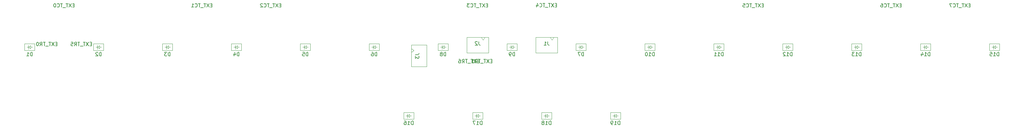
<source format=gbr>
G04 #@! TF.GenerationSoftware,KiCad,Pcbnew,7.0.1-0*
G04 #@! TF.CreationDate,2023-05-14T12:23:49+09:00*
G04 #@! TF.ProjectId,Sandy_Top_with_Plate_Mid,53616e64-795f-4546-9f70-5f776974685f,v.0*
G04 #@! TF.SameCoordinates,Original*
G04 #@! TF.FileFunction,AssemblyDrawing,Bot*
%FSLAX46Y46*%
G04 Gerber Fmt 4.6, Leading zero omitted, Abs format (unit mm)*
G04 Created by KiCad (PCBNEW 7.0.1-0) date 2023-05-14 12:23:49*
%MOMM*%
%LPD*%
G01*
G04 APERTURE LIST*
%ADD10C,0.150000*%
%ADD11C,0.100000*%
G04 APERTURE END LIST*
D10*
X82518404Y-33037899D02*
X82518404Y-32037899D01*
X82518404Y-32037899D02*
X82280309Y-32037899D01*
X82280309Y-32037899D02*
X82137452Y-32085518D01*
X82137452Y-32085518D02*
X82042214Y-32180756D01*
X82042214Y-32180756D02*
X81994595Y-32275994D01*
X81994595Y-32275994D02*
X81946976Y-32466470D01*
X81946976Y-32466470D02*
X81946976Y-32609327D01*
X81946976Y-32609327D02*
X81994595Y-32799803D01*
X81994595Y-32799803D02*
X82042214Y-32895041D01*
X82042214Y-32895041D02*
X82137452Y-32990280D01*
X82137452Y-32990280D02*
X82280309Y-33037899D01*
X82280309Y-33037899D02*
X82518404Y-33037899D01*
X81089833Y-32371232D02*
X81089833Y-33037899D01*
X81327928Y-31990280D02*
X81566023Y-32704565D01*
X81566023Y-32704565D02*
X80946976Y-32704565D01*
X265564833Y-18989089D02*
X265231500Y-18989089D01*
X265088643Y-19512899D02*
X265564833Y-19512899D01*
X265564833Y-19512899D02*
X265564833Y-18512899D01*
X265564833Y-18512899D02*
X265088643Y-18512899D01*
X264755309Y-18512899D02*
X264088643Y-19512899D01*
X264088643Y-18512899D02*
X264755309Y-19512899D01*
X263850547Y-18512899D02*
X263279119Y-18512899D01*
X263564833Y-19512899D02*
X263564833Y-18512899D01*
X263183881Y-19608137D02*
X262421976Y-19608137D01*
X262326737Y-18512899D02*
X261755309Y-18512899D01*
X262041023Y-19512899D02*
X262041023Y-18512899D01*
X260850547Y-19417660D02*
X260898166Y-19465280D01*
X260898166Y-19465280D02*
X261041023Y-19512899D01*
X261041023Y-19512899D02*
X261136261Y-19512899D01*
X261136261Y-19512899D02*
X261279118Y-19465280D01*
X261279118Y-19465280D02*
X261374356Y-19370041D01*
X261374356Y-19370041D02*
X261421975Y-19274803D01*
X261421975Y-19274803D02*
X261469594Y-19084327D01*
X261469594Y-19084327D02*
X261469594Y-18941470D01*
X261469594Y-18941470D02*
X261421975Y-18750994D01*
X261421975Y-18750994D02*
X261374356Y-18655756D01*
X261374356Y-18655756D02*
X261279118Y-18560518D01*
X261279118Y-18560518D02*
X261136261Y-18512899D01*
X261136261Y-18512899D02*
X261041023Y-18512899D01*
X261041023Y-18512899D02*
X260898166Y-18560518D01*
X260898166Y-18560518D02*
X260850547Y-18608137D01*
X259993404Y-18512899D02*
X260183880Y-18512899D01*
X260183880Y-18512899D02*
X260279118Y-18560518D01*
X260279118Y-18560518D02*
X260326737Y-18608137D01*
X260326737Y-18608137D02*
X260421975Y-18750994D01*
X260421975Y-18750994D02*
X260469594Y-18941470D01*
X260469594Y-18941470D02*
X260469594Y-19322422D01*
X260469594Y-19322422D02*
X260421975Y-19417660D01*
X260421975Y-19417660D02*
X260374356Y-19465280D01*
X260374356Y-19465280D02*
X260279118Y-19512899D01*
X260279118Y-19512899D02*
X260088642Y-19512899D01*
X260088642Y-19512899D02*
X259993404Y-19465280D01*
X259993404Y-19465280D02*
X259945785Y-19417660D01*
X259945785Y-19417660D02*
X259898166Y-19322422D01*
X259898166Y-19322422D02*
X259898166Y-19084327D01*
X259898166Y-19084327D02*
X259945785Y-18989089D01*
X259945785Y-18989089D02*
X259993404Y-18941470D01*
X259993404Y-18941470D02*
X260088642Y-18893851D01*
X260088642Y-18893851D02*
X260279118Y-18893851D01*
X260279118Y-18893851D02*
X260374356Y-18941470D01*
X260374356Y-18941470D02*
X260421975Y-18989089D01*
X260421975Y-18989089D02*
X260469594Y-19084327D01*
X292544595Y-33037899D02*
X292544595Y-32037899D01*
X292544595Y-32037899D02*
X292306500Y-32037899D01*
X292306500Y-32037899D02*
X292163643Y-32085518D01*
X292163643Y-32085518D02*
X292068405Y-32180756D01*
X292068405Y-32180756D02*
X292020786Y-32275994D01*
X292020786Y-32275994D02*
X291973167Y-32466470D01*
X291973167Y-32466470D02*
X291973167Y-32609327D01*
X291973167Y-32609327D02*
X292020786Y-32799803D01*
X292020786Y-32799803D02*
X292068405Y-32895041D01*
X292068405Y-32895041D02*
X292163643Y-32990280D01*
X292163643Y-32990280D02*
X292306500Y-33037899D01*
X292306500Y-33037899D02*
X292544595Y-33037899D01*
X291020786Y-33037899D02*
X291592214Y-33037899D01*
X291306500Y-33037899D02*
X291306500Y-32037899D01*
X291306500Y-32037899D02*
X291401738Y-32180756D01*
X291401738Y-32180756D02*
X291496976Y-32275994D01*
X291496976Y-32275994D02*
X291592214Y-32323613D01*
X290116024Y-32037899D02*
X290592214Y-32037899D01*
X290592214Y-32037899D02*
X290639833Y-32514089D01*
X290639833Y-32514089D02*
X290592214Y-32466470D01*
X290592214Y-32466470D02*
X290496976Y-32418851D01*
X290496976Y-32418851D02*
X290258881Y-32418851D01*
X290258881Y-32418851D02*
X290163643Y-32466470D01*
X290163643Y-32466470D02*
X290116024Y-32514089D01*
X290116024Y-32514089D02*
X290068405Y-32609327D01*
X290068405Y-32609327D02*
X290068405Y-32847422D01*
X290068405Y-32847422D02*
X290116024Y-32942660D01*
X290116024Y-32942660D02*
X290163643Y-32990280D01*
X290163643Y-32990280D02*
X290258881Y-33037899D01*
X290258881Y-33037899D02*
X290496976Y-33037899D01*
X290496976Y-33037899D02*
X290592214Y-32990280D01*
X290592214Y-32990280D02*
X290639833Y-32942660D01*
X235394595Y-33037899D02*
X235394595Y-32037899D01*
X235394595Y-32037899D02*
X235156500Y-32037899D01*
X235156500Y-32037899D02*
X235013643Y-32085518D01*
X235013643Y-32085518D02*
X234918405Y-32180756D01*
X234918405Y-32180756D02*
X234870786Y-32275994D01*
X234870786Y-32275994D02*
X234823167Y-32466470D01*
X234823167Y-32466470D02*
X234823167Y-32609327D01*
X234823167Y-32609327D02*
X234870786Y-32799803D01*
X234870786Y-32799803D02*
X234918405Y-32895041D01*
X234918405Y-32895041D02*
X235013643Y-32990280D01*
X235013643Y-32990280D02*
X235156500Y-33037899D01*
X235156500Y-33037899D02*
X235394595Y-33037899D01*
X233870786Y-33037899D02*
X234442214Y-33037899D01*
X234156500Y-33037899D02*
X234156500Y-32037899D01*
X234156500Y-32037899D02*
X234251738Y-32180756D01*
X234251738Y-32180756D02*
X234346976Y-32275994D01*
X234346976Y-32275994D02*
X234442214Y-32323613D01*
X233489833Y-32133137D02*
X233442214Y-32085518D01*
X233442214Y-32085518D02*
X233346976Y-32037899D01*
X233346976Y-32037899D02*
X233108881Y-32037899D01*
X233108881Y-32037899D02*
X233013643Y-32085518D01*
X233013643Y-32085518D02*
X232966024Y-32133137D01*
X232966024Y-32133137D02*
X232918405Y-32228375D01*
X232918405Y-32228375D02*
X232918405Y-32323613D01*
X232918405Y-32323613D02*
X232966024Y-32466470D01*
X232966024Y-32466470D02*
X233537452Y-33037899D01*
X233537452Y-33037899D02*
X232918405Y-33037899D01*
X63468404Y-33037899D02*
X63468404Y-32037899D01*
X63468404Y-32037899D02*
X63230309Y-32037899D01*
X63230309Y-32037899D02*
X63087452Y-32085518D01*
X63087452Y-32085518D02*
X62992214Y-32180756D01*
X62992214Y-32180756D02*
X62944595Y-32275994D01*
X62944595Y-32275994D02*
X62896976Y-32466470D01*
X62896976Y-32466470D02*
X62896976Y-32609327D01*
X62896976Y-32609327D02*
X62944595Y-32799803D01*
X62944595Y-32799803D02*
X62992214Y-32895041D01*
X62992214Y-32895041D02*
X63087452Y-32990280D01*
X63087452Y-32990280D02*
X63230309Y-33037899D01*
X63230309Y-33037899D02*
X63468404Y-33037899D01*
X62563642Y-32037899D02*
X61944595Y-32037899D01*
X61944595Y-32037899D02*
X62277928Y-32418851D01*
X62277928Y-32418851D02*
X62135071Y-32418851D01*
X62135071Y-32418851D02*
X62039833Y-32466470D01*
X62039833Y-32466470D02*
X61992214Y-32514089D01*
X61992214Y-32514089D02*
X61944595Y-32609327D01*
X61944595Y-32609327D02*
X61944595Y-32847422D01*
X61944595Y-32847422D02*
X61992214Y-32942660D01*
X61992214Y-32942660D02*
X62039833Y-32990280D01*
X62039833Y-32990280D02*
X62135071Y-33037899D01*
X62135071Y-33037899D02*
X62420785Y-33037899D01*
X62420785Y-33037899D02*
X62516023Y-32990280D01*
X62516023Y-32990280D02*
X62563642Y-32942660D01*
X120618404Y-33037899D02*
X120618404Y-32037899D01*
X120618404Y-32037899D02*
X120380309Y-32037899D01*
X120380309Y-32037899D02*
X120237452Y-32085518D01*
X120237452Y-32085518D02*
X120142214Y-32180756D01*
X120142214Y-32180756D02*
X120094595Y-32275994D01*
X120094595Y-32275994D02*
X120046976Y-32466470D01*
X120046976Y-32466470D02*
X120046976Y-32609327D01*
X120046976Y-32609327D02*
X120094595Y-32799803D01*
X120094595Y-32799803D02*
X120142214Y-32895041D01*
X120142214Y-32895041D02*
X120237452Y-32990280D01*
X120237452Y-32990280D02*
X120380309Y-33037899D01*
X120380309Y-33037899D02*
X120618404Y-33037899D01*
X119189833Y-32037899D02*
X119380309Y-32037899D01*
X119380309Y-32037899D02*
X119475547Y-32085518D01*
X119475547Y-32085518D02*
X119523166Y-32133137D01*
X119523166Y-32133137D02*
X119618404Y-32275994D01*
X119618404Y-32275994D02*
X119666023Y-32466470D01*
X119666023Y-32466470D02*
X119666023Y-32847422D01*
X119666023Y-32847422D02*
X119618404Y-32942660D01*
X119618404Y-32942660D02*
X119570785Y-32990280D01*
X119570785Y-32990280D02*
X119475547Y-33037899D01*
X119475547Y-33037899D02*
X119285071Y-33037899D01*
X119285071Y-33037899D02*
X119189833Y-32990280D01*
X119189833Y-32990280D02*
X119142214Y-32942660D01*
X119142214Y-32942660D02*
X119094595Y-32847422D01*
X119094595Y-32847422D02*
X119094595Y-32609327D01*
X119094595Y-32609327D02*
X119142214Y-32514089D01*
X119142214Y-32514089D02*
X119189833Y-32466470D01*
X119189833Y-32466470D02*
X119285071Y-32418851D01*
X119285071Y-32418851D02*
X119475547Y-32418851D01*
X119475547Y-32418851D02*
X119570785Y-32466470D01*
X119570785Y-32466470D02*
X119618404Y-32514089D01*
X119618404Y-32514089D02*
X119666023Y-32609327D01*
X101568404Y-33037899D02*
X101568404Y-32037899D01*
X101568404Y-32037899D02*
X101330309Y-32037899D01*
X101330309Y-32037899D02*
X101187452Y-32085518D01*
X101187452Y-32085518D02*
X101092214Y-32180756D01*
X101092214Y-32180756D02*
X101044595Y-32275994D01*
X101044595Y-32275994D02*
X100996976Y-32466470D01*
X100996976Y-32466470D02*
X100996976Y-32609327D01*
X100996976Y-32609327D02*
X101044595Y-32799803D01*
X101044595Y-32799803D02*
X101092214Y-32895041D01*
X101092214Y-32895041D02*
X101187452Y-32990280D01*
X101187452Y-32990280D02*
X101330309Y-33037899D01*
X101330309Y-33037899D02*
X101568404Y-33037899D01*
X100092214Y-32037899D02*
X100568404Y-32037899D01*
X100568404Y-32037899D02*
X100616023Y-32514089D01*
X100616023Y-32514089D02*
X100568404Y-32466470D01*
X100568404Y-32466470D02*
X100473166Y-32418851D01*
X100473166Y-32418851D02*
X100235071Y-32418851D01*
X100235071Y-32418851D02*
X100139833Y-32466470D01*
X100139833Y-32466470D02*
X100092214Y-32514089D01*
X100092214Y-32514089D02*
X100044595Y-32609327D01*
X100044595Y-32609327D02*
X100044595Y-32847422D01*
X100044595Y-32847422D02*
X100092214Y-32942660D01*
X100092214Y-32942660D02*
X100139833Y-32990280D01*
X100139833Y-32990280D02*
X100235071Y-33037899D01*
X100235071Y-33037899D02*
X100473166Y-33037899D01*
X100473166Y-33037899D02*
X100568404Y-32990280D01*
X100568404Y-32990280D02*
X100616023Y-32942660D01*
X139668404Y-33037899D02*
X139668404Y-32037899D01*
X139668404Y-32037899D02*
X139430309Y-32037899D01*
X139430309Y-32037899D02*
X139287452Y-32085518D01*
X139287452Y-32085518D02*
X139192214Y-32180756D01*
X139192214Y-32180756D02*
X139144595Y-32275994D01*
X139144595Y-32275994D02*
X139096976Y-32466470D01*
X139096976Y-32466470D02*
X139096976Y-32609327D01*
X139096976Y-32609327D02*
X139144595Y-32799803D01*
X139144595Y-32799803D02*
X139192214Y-32895041D01*
X139192214Y-32895041D02*
X139287452Y-32990280D01*
X139287452Y-32990280D02*
X139430309Y-33037899D01*
X139430309Y-33037899D02*
X139668404Y-33037899D01*
X138525547Y-32466470D02*
X138620785Y-32418851D01*
X138620785Y-32418851D02*
X138668404Y-32371232D01*
X138668404Y-32371232D02*
X138716023Y-32275994D01*
X138716023Y-32275994D02*
X138716023Y-32228375D01*
X138716023Y-32228375D02*
X138668404Y-32133137D01*
X138668404Y-32133137D02*
X138620785Y-32085518D01*
X138620785Y-32085518D02*
X138525547Y-32037899D01*
X138525547Y-32037899D02*
X138335071Y-32037899D01*
X138335071Y-32037899D02*
X138239833Y-32085518D01*
X138239833Y-32085518D02*
X138192214Y-32133137D01*
X138192214Y-32133137D02*
X138144595Y-32228375D01*
X138144595Y-32228375D02*
X138144595Y-32275994D01*
X138144595Y-32275994D02*
X138192214Y-32371232D01*
X138192214Y-32371232D02*
X138239833Y-32418851D01*
X138239833Y-32418851D02*
X138335071Y-32466470D01*
X138335071Y-32466470D02*
X138525547Y-32466470D01*
X138525547Y-32466470D02*
X138620785Y-32514089D01*
X138620785Y-32514089D02*
X138668404Y-32561708D01*
X138668404Y-32561708D02*
X138716023Y-32656946D01*
X138716023Y-32656946D02*
X138716023Y-32847422D01*
X138716023Y-32847422D02*
X138668404Y-32942660D01*
X138668404Y-32942660D02*
X138620785Y-32990280D01*
X138620785Y-32990280D02*
X138525547Y-33037899D01*
X138525547Y-33037899D02*
X138335071Y-33037899D01*
X138335071Y-33037899D02*
X138239833Y-32990280D01*
X138239833Y-32990280D02*
X138192214Y-32942660D01*
X138192214Y-32942660D02*
X138144595Y-32847422D01*
X138144595Y-32847422D02*
X138144595Y-32656946D01*
X138144595Y-32656946D02*
X138192214Y-32561708D01*
X138192214Y-32561708D02*
X138239833Y-32514089D01*
X138239833Y-32514089D02*
X138335071Y-32466470D01*
X254444595Y-33037899D02*
X254444595Y-32037899D01*
X254444595Y-32037899D02*
X254206500Y-32037899D01*
X254206500Y-32037899D02*
X254063643Y-32085518D01*
X254063643Y-32085518D02*
X253968405Y-32180756D01*
X253968405Y-32180756D02*
X253920786Y-32275994D01*
X253920786Y-32275994D02*
X253873167Y-32466470D01*
X253873167Y-32466470D02*
X253873167Y-32609327D01*
X253873167Y-32609327D02*
X253920786Y-32799803D01*
X253920786Y-32799803D02*
X253968405Y-32895041D01*
X253968405Y-32895041D02*
X254063643Y-32990280D01*
X254063643Y-32990280D02*
X254206500Y-33037899D01*
X254206500Y-33037899D02*
X254444595Y-33037899D01*
X252920786Y-33037899D02*
X253492214Y-33037899D01*
X253206500Y-33037899D02*
X253206500Y-32037899D01*
X253206500Y-32037899D02*
X253301738Y-32180756D01*
X253301738Y-32180756D02*
X253396976Y-32275994D01*
X253396976Y-32275994D02*
X253492214Y-32323613D01*
X252587452Y-32037899D02*
X251968405Y-32037899D01*
X251968405Y-32037899D02*
X252301738Y-32418851D01*
X252301738Y-32418851D02*
X252158881Y-32418851D01*
X252158881Y-32418851D02*
X252063643Y-32466470D01*
X252063643Y-32466470D02*
X252016024Y-32514089D01*
X252016024Y-32514089D02*
X251968405Y-32609327D01*
X251968405Y-32609327D02*
X251968405Y-32847422D01*
X251968405Y-32847422D02*
X252016024Y-32942660D01*
X252016024Y-32942660D02*
X252063643Y-32990280D01*
X252063643Y-32990280D02*
X252158881Y-33037899D01*
X252158881Y-33037899D02*
X252444595Y-33037899D01*
X252444595Y-33037899D02*
X252539833Y-32990280D01*
X252539833Y-32990280D02*
X252587452Y-32942660D01*
X130619595Y-52087899D02*
X130619595Y-51087899D01*
X130619595Y-51087899D02*
X130381500Y-51087899D01*
X130381500Y-51087899D02*
X130238643Y-51135518D01*
X130238643Y-51135518D02*
X130143405Y-51230756D01*
X130143405Y-51230756D02*
X130095786Y-51325994D01*
X130095786Y-51325994D02*
X130048167Y-51516470D01*
X130048167Y-51516470D02*
X130048167Y-51659327D01*
X130048167Y-51659327D02*
X130095786Y-51849803D01*
X130095786Y-51849803D02*
X130143405Y-51945041D01*
X130143405Y-51945041D02*
X130238643Y-52040280D01*
X130238643Y-52040280D02*
X130381500Y-52087899D01*
X130381500Y-52087899D02*
X130619595Y-52087899D01*
X129095786Y-52087899D02*
X129667214Y-52087899D01*
X129381500Y-52087899D02*
X129381500Y-51087899D01*
X129381500Y-51087899D02*
X129476738Y-51230756D01*
X129476738Y-51230756D02*
X129571976Y-51325994D01*
X129571976Y-51325994D02*
X129667214Y-51373613D01*
X128238643Y-51087899D02*
X128429119Y-51087899D01*
X128429119Y-51087899D02*
X128524357Y-51135518D01*
X128524357Y-51135518D02*
X128571976Y-51183137D01*
X128571976Y-51183137D02*
X128667214Y-51325994D01*
X128667214Y-51325994D02*
X128714833Y-51516470D01*
X128714833Y-51516470D02*
X128714833Y-51897422D01*
X128714833Y-51897422D02*
X128667214Y-51992660D01*
X128667214Y-51992660D02*
X128619595Y-52040280D01*
X128619595Y-52040280D02*
X128524357Y-52087899D01*
X128524357Y-52087899D02*
X128333881Y-52087899D01*
X128333881Y-52087899D02*
X128238643Y-52040280D01*
X128238643Y-52040280D02*
X128191024Y-51992660D01*
X128191024Y-51992660D02*
X128143405Y-51897422D01*
X128143405Y-51897422D02*
X128143405Y-51659327D01*
X128143405Y-51659327D02*
X128191024Y-51564089D01*
X128191024Y-51564089D02*
X128238643Y-51516470D01*
X128238643Y-51516470D02*
X128333881Y-51468851D01*
X128333881Y-51468851D02*
X128524357Y-51468851D01*
X128524357Y-51468851D02*
X128619595Y-51516470D01*
X128619595Y-51516470D02*
X128667214Y-51564089D01*
X128667214Y-51564089D02*
X128714833Y-51659327D01*
X177768404Y-33037899D02*
X177768404Y-32037899D01*
X177768404Y-32037899D02*
X177530309Y-32037899D01*
X177530309Y-32037899D02*
X177387452Y-32085518D01*
X177387452Y-32085518D02*
X177292214Y-32180756D01*
X177292214Y-32180756D02*
X177244595Y-32275994D01*
X177244595Y-32275994D02*
X177196976Y-32466470D01*
X177196976Y-32466470D02*
X177196976Y-32609327D01*
X177196976Y-32609327D02*
X177244595Y-32799803D01*
X177244595Y-32799803D02*
X177292214Y-32895041D01*
X177292214Y-32895041D02*
X177387452Y-32990280D01*
X177387452Y-32990280D02*
X177530309Y-33037899D01*
X177530309Y-33037899D02*
X177768404Y-33037899D01*
X176863642Y-32037899D02*
X176196976Y-32037899D01*
X176196976Y-32037899D02*
X176625547Y-33037899D01*
X44418404Y-33037899D02*
X44418404Y-32037899D01*
X44418404Y-32037899D02*
X44180309Y-32037899D01*
X44180309Y-32037899D02*
X44037452Y-32085518D01*
X44037452Y-32085518D02*
X43942214Y-32180756D01*
X43942214Y-32180756D02*
X43894595Y-32275994D01*
X43894595Y-32275994D02*
X43846976Y-32466470D01*
X43846976Y-32466470D02*
X43846976Y-32609327D01*
X43846976Y-32609327D02*
X43894595Y-32799803D01*
X43894595Y-32799803D02*
X43942214Y-32895041D01*
X43942214Y-32895041D02*
X44037452Y-32990280D01*
X44037452Y-32990280D02*
X44180309Y-33037899D01*
X44180309Y-33037899D02*
X44418404Y-33037899D01*
X43466023Y-32133137D02*
X43418404Y-32085518D01*
X43418404Y-32085518D02*
X43323166Y-32037899D01*
X43323166Y-32037899D02*
X43085071Y-32037899D01*
X43085071Y-32037899D02*
X42989833Y-32085518D01*
X42989833Y-32085518D02*
X42942214Y-32133137D01*
X42942214Y-32133137D02*
X42894595Y-32228375D01*
X42894595Y-32228375D02*
X42894595Y-32323613D01*
X42894595Y-32323613D02*
X42942214Y-32466470D01*
X42942214Y-32466470D02*
X43513642Y-33037899D01*
X43513642Y-33037899D02*
X42894595Y-33037899D01*
X273494595Y-33037899D02*
X273494595Y-32037899D01*
X273494595Y-32037899D02*
X273256500Y-32037899D01*
X273256500Y-32037899D02*
X273113643Y-32085518D01*
X273113643Y-32085518D02*
X273018405Y-32180756D01*
X273018405Y-32180756D02*
X272970786Y-32275994D01*
X272970786Y-32275994D02*
X272923167Y-32466470D01*
X272923167Y-32466470D02*
X272923167Y-32609327D01*
X272923167Y-32609327D02*
X272970786Y-32799803D01*
X272970786Y-32799803D02*
X273018405Y-32895041D01*
X273018405Y-32895041D02*
X273113643Y-32990280D01*
X273113643Y-32990280D02*
X273256500Y-33037899D01*
X273256500Y-33037899D02*
X273494595Y-33037899D01*
X271970786Y-33037899D02*
X272542214Y-33037899D01*
X272256500Y-33037899D02*
X272256500Y-32037899D01*
X272256500Y-32037899D02*
X272351738Y-32180756D01*
X272351738Y-32180756D02*
X272446976Y-32275994D01*
X272446976Y-32275994D02*
X272542214Y-32323613D01*
X271113643Y-32371232D02*
X271113643Y-33037899D01*
X271351738Y-31990280D02*
X271589833Y-32704565D01*
X271589833Y-32704565D02*
X270970786Y-32704565D01*
X187769595Y-52087899D02*
X187769595Y-51087899D01*
X187769595Y-51087899D02*
X187531500Y-51087899D01*
X187531500Y-51087899D02*
X187388643Y-51135518D01*
X187388643Y-51135518D02*
X187293405Y-51230756D01*
X187293405Y-51230756D02*
X187245786Y-51325994D01*
X187245786Y-51325994D02*
X187198167Y-51516470D01*
X187198167Y-51516470D02*
X187198167Y-51659327D01*
X187198167Y-51659327D02*
X187245786Y-51849803D01*
X187245786Y-51849803D02*
X187293405Y-51945041D01*
X187293405Y-51945041D02*
X187388643Y-52040280D01*
X187388643Y-52040280D02*
X187531500Y-52087899D01*
X187531500Y-52087899D02*
X187769595Y-52087899D01*
X186245786Y-52087899D02*
X186817214Y-52087899D01*
X186531500Y-52087899D02*
X186531500Y-51087899D01*
X186531500Y-51087899D02*
X186626738Y-51230756D01*
X186626738Y-51230756D02*
X186721976Y-51325994D01*
X186721976Y-51325994D02*
X186817214Y-51373613D01*
X185769595Y-52087899D02*
X185579119Y-52087899D01*
X185579119Y-52087899D02*
X185483881Y-52040280D01*
X185483881Y-52040280D02*
X185436262Y-51992660D01*
X185436262Y-51992660D02*
X185341024Y-51849803D01*
X185341024Y-51849803D02*
X185293405Y-51659327D01*
X185293405Y-51659327D02*
X185293405Y-51278375D01*
X185293405Y-51278375D02*
X185341024Y-51183137D01*
X185341024Y-51183137D02*
X185388643Y-51135518D01*
X185388643Y-51135518D02*
X185483881Y-51087899D01*
X185483881Y-51087899D02*
X185674357Y-51087899D01*
X185674357Y-51087899D02*
X185769595Y-51135518D01*
X185769595Y-51135518D02*
X185817214Y-51183137D01*
X185817214Y-51183137D02*
X185864833Y-51278375D01*
X185864833Y-51278375D02*
X185864833Y-51516470D01*
X185864833Y-51516470D02*
X185817214Y-51611708D01*
X185817214Y-51611708D02*
X185769595Y-51659327D01*
X185769595Y-51659327D02*
X185674357Y-51706946D01*
X185674357Y-51706946D02*
X185483881Y-51706946D01*
X185483881Y-51706946D02*
X185388643Y-51659327D01*
X185388643Y-51659327D02*
X185341024Y-51611708D01*
X185341024Y-51611708D02*
X185293405Y-51516470D01*
X149669595Y-52087899D02*
X149669595Y-51087899D01*
X149669595Y-51087899D02*
X149431500Y-51087899D01*
X149431500Y-51087899D02*
X149288643Y-51135518D01*
X149288643Y-51135518D02*
X149193405Y-51230756D01*
X149193405Y-51230756D02*
X149145786Y-51325994D01*
X149145786Y-51325994D02*
X149098167Y-51516470D01*
X149098167Y-51516470D02*
X149098167Y-51659327D01*
X149098167Y-51659327D02*
X149145786Y-51849803D01*
X149145786Y-51849803D02*
X149193405Y-51945041D01*
X149193405Y-51945041D02*
X149288643Y-52040280D01*
X149288643Y-52040280D02*
X149431500Y-52087899D01*
X149431500Y-52087899D02*
X149669595Y-52087899D01*
X148145786Y-52087899D02*
X148717214Y-52087899D01*
X148431500Y-52087899D02*
X148431500Y-51087899D01*
X148431500Y-51087899D02*
X148526738Y-51230756D01*
X148526738Y-51230756D02*
X148621976Y-51325994D01*
X148621976Y-51325994D02*
X148717214Y-51373613D01*
X147812452Y-51087899D02*
X147145786Y-51087899D01*
X147145786Y-51087899D02*
X147574357Y-52087899D01*
X167838643Y-29037899D02*
X167838643Y-29752184D01*
X167838643Y-29752184D02*
X167886262Y-29895041D01*
X167886262Y-29895041D02*
X167981500Y-29990280D01*
X167981500Y-29990280D02*
X168124357Y-30037899D01*
X168124357Y-30037899D02*
X168219595Y-30037899D01*
X166838643Y-30037899D02*
X167410071Y-30037899D01*
X167124357Y-30037899D02*
X167124357Y-29037899D01*
X167124357Y-29037899D02*
X167219595Y-29180756D01*
X167219595Y-29180756D02*
X167314833Y-29275994D01*
X167314833Y-29275994D02*
X167410071Y-29323613D01*
X32202333Y-29704714D02*
X31869000Y-29704714D01*
X31726143Y-30228524D02*
X32202333Y-30228524D01*
X32202333Y-30228524D02*
X32202333Y-29228524D01*
X32202333Y-29228524D02*
X31726143Y-29228524D01*
X31392809Y-29228524D02*
X30726143Y-30228524D01*
X30726143Y-29228524D02*
X31392809Y-30228524D01*
X30488047Y-29228524D02*
X29916619Y-29228524D01*
X30202333Y-30228524D02*
X30202333Y-29228524D01*
X29821381Y-30323762D02*
X29059476Y-30323762D01*
X28964237Y-29228524D02*
X28392809Y-29228524D01*
X28678523Y-30228524D02*
X28678523Y-29228524D01*
X27488047Y-30228524D02*
X27821380Y-29752333D01*
X28059475Y-30228524D02*
X28059475Y-29228524D01*
X28059475Y-29228524D02*
X27678523Y-29228524D01*
X27678523Y-29228524D02*
X27583285Y-29276143D01*
X27583285Y-29276143D02*
X27535666Y-29323762D01*
X27535666Y-29323762D02*
X27488047Y-29419000D01*
X27488047Y-29419000D02*
X27488047Y-29561857D01*
X27488047Y-29561857D02*
X27535666Y-29657095D01*
X27535666Y-29657095D02*
X27583285Y-29704714D01*
X27583285Y-29704714D02*
X27678523Y-29752333D01*
X27678523Y-29752333D02*
X28059475Y-29752333D01*
X26868999Y-29228524D02*
X26773761Y-29228524D01*
X26773761Y-29228524D02*
X26678523Y-29276143D01*
X26678523Y-29276143D02*
X26630904Y-29323762D01*
X26630904Y-29323762D02*
X26583285Y-29419000D01*
X26583285Y-29419000D02*
X26535666Y-29609476D01*
X26535666Y-29609476D02*
X26535666Y-29847571D01*
X26535666Y-29847571D02*
X26583285Y-30038047D01*
X26583285Y-30038047D02*
X26630904Y-30133285D01*
X26630904Y-30133285D02*
X26678523Y-30180905D01*
X26678523Y-30180905D02*
X26773761Y-30228524D01*
X26773761Y-30228524D02*
X26868999Y-30228524D01*
X26868999Y-30228524D02*
X26964237Y-30180905D01*
X26964237Y-30180905D02*
X27011856Y-30133285D01*
X27011856Y-30133285D02*
X27059475Y-30038047D01*
X27059475Y-30038047D02*
X27107094Y-29847571D01*
X27107094Y-29847571D02*
X27107094Y-29609476D01*
X27107094Y-29609476D02*
X27059475Y-29419000D01*
X27059475Y-29419000D02*
X27011856Y-29323762D01*
X27011856Y-29323762D02*
X26964237Y-29276143D01*
X26964237Y-29276143D02*
X26868999Y-29228524D01*
X36964833Y-18989089D02*
X36631500Y-18989089D01*
X36488643Y-19512899D02*
X36964833Y-19512899D01*
X36964833Y-19512899D02*
X36964833Y-18512899D01*
X36964833Y-18512899D02*
X36488643Y-18512899D01*
X36155309Y-18512899D02*
X35488643Y-19512899D01*
X35488643Y-18512899D02*
X36155309Y-19512899D01*
X35250547Y-18512899D02*
X34679119Y-18512899D01*
X34964833Y-19512899D02*
X34964833Y-18512899D01*
X34583881Y-19608137D02*
X33821976Y-19608137D01*
X33726737Y-18512899D02*
X33155309Y-18512899D01*
X33441023Y-19512899D02*
X33441023Y-18512899D01*
X32250547Y-19417660D02*
X32298166Y-19465280D01*
X32298166Y-19465280D02*
X32441023Y-19512899D01*
X32441023Y-19512899D02*
X32536261Y-19512899D01*
X32536261Y-19512899D02*
X32679118Y-19465280D01*
X32679118Y-19465280D02*
X32774356Y-19370041D01*
X32774356Y-19370041D02*
X32821975Y-19274803D01*
X32821975Y-19274803D02*
X32869594Y-19084327D01*
X32869594Y-19084327D02*
X32869594Y-18941470D01*
X32869594Y-18941470D02*
X32821975Y-18750994D01*
X32821975Y-18750994D02*
X32774356Y-18655756D01*
X32774356Y-18655756D02*
X32679118Y-18560518D01*
X32679118Y-18560518D02*
X32536261Y-18512899D01*
X32536261Y-18512899D02*
X32441023Y-18512899D01*
X32441023Y-18512899D02*
X32298166Y-18560518D01*
X32298166Y-18560518D02*
X32250547Y-18608137D01*
X31631499Y-18512899D02*
X31536261Y-18512899D01*
X31536261Y-18512899D02*
X31441023Y-18560518D01*
X31441023Y-18560518D02*
X31393404Y-18608137D01*
X31393404Y-18608137D02*
X31345785Y-18703375D01*
X31345785Y-18703375D02*
X31298166Y-18893851D01*
X31298166Y-18893851D02*
X31298166Y-19131946D01*
X31298166Y-19131946D02*
X31345785Y-19322422D01*
X31345785Y-19322422D02*
X31393404Y-19417660D01*
X31393404Y-19417660D02*
X31441023Y-19465280D01*
X31441023Y-19465280D02*
X31536261Y-19512899D01*
X31536261Y-19512899D02*
X31631499Y-19512899D01*
X31631499Y-19512899D02*
X31726737Y-19465280D01*
X31726737Y-19465280D02*
X31774356Y-19417660D01*
X31774356Y-19417660D02*
X31821975Y-19322422D01*
X31821975Y-19322422D02*
X31869594Y-19131946D01*
X31869594Y-19131946D02*
X31869594Y-18893851D01*
X31869594Y-18893851D02*
X31821975Y-18703375D01*
X31821975Y-18703375D02*
X31774356Y-18608137D01*
X31774356Y-18608137D02*
X31726737Y-18560518D01*
X31726737Y-18560518D02*
X31631499Y-18512899D01*
X151264833Y-18989089D02*
X150931500Y-18989089D01*
X150788643Y-19512899D02*
X151264833Y-19512899D01*
X151264833Y-19512899D02*
X151264833Y-18512899D01*
X151264833Y-18512899D02*
X150788643Y-18512899D01*
X150455309Y-18512899D02*
X149788643Y-19512899D01*
X149788643Y-18512899D02*
X150455309Y-19512899D01*
X149550547Y-18512899D02*
X148979119Y-18512899D01*
X149264833Y-19512899D02*
X149264833Y-18512899D01*
X148883881Y-19608137D02*
X148121976Y-19608137D01*
X148026737Y-18512899D02*
X147455309Y-18512899D01*
X147741023Y-19512899D02*
X147741023Y-18512899D01*
X146550547Y-19417660D02*
X146598166Y-19465280D01*
X146598166Y-19465280D02*
X146741023Y-19512899D01*
X146741023Y-19512899D02*
X146836261Y-19512899D01*
X146836261Y-19512899D02*
X146979118Y-19465280D01*
X146979118Y-19465280D02*
X147074356Y-19370041D01*
X147074356Y-19370041D02*
X147121975Y-19274803D01*
X147121975Y-19274803D02*
X147169594Y-19084327D01*
X147169594Y-19084327D02*
X147169594Y-18941470D01*
X147169594Y-18941470D02*
X147121975Y-18750994D01*
X147121975Y-18750994D02*
X147074356Y-18655756D01*
X147074356Y-18655756D02*
X146979118Y-18560518D01*
X146979118Y-18560518D02*
X146836261Y-18512899D01*
X146836261Y-18512899D02*
X146741023Y-18512899D01*
X146741023Y-18512899D02*
X146598166Y-18560518D01*
X146598166Y-18560518D02*
X146550547Y-18608137D01*
X146217213Y-18512899D02*
X145598166Y-18512899D01*
X145598166Y-18512899D02*
X145931499Y-18893851D01*
X145931499Y-18893851D02*
X145788642Y-18893851D01*
X145788642Y-18893851D02*
X145693404Y-18941470D01*
X145693404Y-18941470D02*
X145645785Y-18989089D01*
X145645785Y-18989089D02*
X145598166Y-19084327D01*
X145598166Y-19084327D02*
X145598166Y-19322422D01*
X145598166Y-19322422D02*
X145645785Y-19417660D01*
X145645785Y-19417660D02*
X145693404Y-19465280D01*
X145693404Y-19465280D02*
X145788642Y-19512899D01*
X145788642Y-19512899D02*
X146074356Y-19512899D01*
X146074356Y-19512899D02*
X146169594Y-19465280D01*
X146169594Y-19465280D02*
X146217213Y-19417660D01*
X75064833Y-18998464D02*
X74731500Y-18998464D01*
X74588643Y-19522274D02*
X75064833Y-19522274D01*
X75064833Y-19522274D02*
X75064833Y-18522274D01*
X75064833Y-18522274D02*
X74588643Y-18522274D01*
X74255309Y-18522274D02*
X73588643Y-19522274D01*
X73588643Y-18522274D02*
X74255309Y-19522274D01*
X73350547Y-18522274D02*
X72779119Y-18522274D01*
X73064833Y-19522274D02*
X73064833Y-18522274D01*
X72683881Y-19617512D02*
X71921976Y-19617512D01*
X71826737Y-18522274D02*
X71255309Y-18522274D01*
X71541023Y-19522274D02*
X71541023Y-18522274D01*
X70350547Y-19427035D02*
X70398166Y-19474655D01*
X70398166Y-19474655D02*
X70541023Y-19522274D01*
X70541023Y-19522274D02*
X70636261Y-19522274D01*
X70636261Y-19522274D02*
X70779118Y-19474655D01*
X70779118Y-19474655D02*
X70874356Y-19379416D01*
X70874356Y-19379416D02*
X70921975Y-19284178D01*
X70921975Y-19284178D02*
X70969594Y-19093702D01*
X70969594Y-19093702D02*
X70969594Y-18950845D01*
X70969594Y-18950845D02*
X70921975Y-18760369D01*
X70921975Y-18760369D02*
X70874356Y-18665131D01*
X70874356Y-18665131D02*
X70779118Y-18569893D01*
X70779118Y-18569893D02*
X70636261Y-18522274D01*
X70636261Y-18522274D02*
X70541023Y-18522274D01*
X70541023Y-18522274D02*
X70398166Y-18569893D01*
X70398166Y-18569893D02*
X70350547Y-18617512D01*
X69398166Y-19522274D02*
X69969594Y-19522274D01*
X69683880Y-19522274D02*
X69683880Y-18522274D01*
X69683880Y-18522274D02*
X69779118Y-18665131D01*
X69779118Y-18665131D02*
X69874356Y-18760369D01*
X69874356Y-18760369D02*
X69969594Y-18807988D01*
X170314833Y-18942214D02*
X169981500Y-18942214D01*
X169838643Y-19466024D02*
X170314833Y-19466024D01*
X170314833Y-19466024D02*
X170314833Y-18466024D01*
X170314833Y-18466024D02*
X169838643Y-18466024D01*
X169505309Y-18466024D02*
X168838643Y-19466024D01*
X168838643Y-18466024D02*
X169505309Y-19466024D01*
X168600547Y-18466024D02*
X168029119Y-18466024D01*
X168314833Y-19466024D02*
X168314833Y-18466024D01*
X167933881Y-19561262D02*
X167171976Y-19561262D01*
X167076737Y-18466024D02*
X166505309Y-18466024D01*
X166791023Y-19466024D02*
X166791023Y-18466024D01*
X165600547Y-19370785D02*
X165648166Y-19418405D01*
X165648166Y-19418405D02*
X165791023Y-19466024D01*
X165791023Y-19466024D02*
X165886261Y-19466024D01*
X165886261Y-19466024D02*
X166029118Y-19418405D01*
X166029118Y-19418405D02*
X166124356Y-19323166D01*
X166124356Y-19323166D02*
X166171975Y-19227928D01*
X166171975Y-19227928D02*
X166219594Y-19037452D01*
X166219594Y-19037452D02*
X166219594Y-18894595D01*
X166219594Y-18894595D02*
X166171975Y-18704119D01*
X166171975Y-18704119D02*
X166124356Y-18608881D01*
X166124356Y-18608881D02*
X166029118Y-18513643D01*
X166029118Y-18513643D02*
X165886261Y-18466024D01*
X165886261Y-18466024D02*
X165791023Y-18466024D01*
X165791023Y-18466024D02*
X165648166Y-18513643D01*
X165648166Y-18513643D02*
X165600547Y-18561262D01*
X164743404Y-18799357D02*
X164743404Y-19466024D01*
X164981499Y-18418405D02*
X165219594Y-19132690D01*
X165219594Y-19132690D02*
X164600547Y-19132690D01*
X152455458Y-34467214D02*
X152122125Y-34467214D01*
X151979268Y-34991024D02*
X152455458Y-34991024D01*
X152455458Y-34991024D02*
X152455458Y-33991024D01*
X152455458Y-33991024D02*
X151979268Y-33991024D01*
X151645934Y-33991024D02*
X150979268Y-34991024D01*
X150979268Y-33991024D02*
X151645934Y-34991024D01*
X150741172Y-33991024D02*
X150169744Y-33991024D01*
X150455458Y-34991024D02*
X150455458Y-33991024D01*
X150074506Y-35086262D02*
X149312601Y-35086262D01*
X149217362Y-33991024D02*
X148645934Y-33991024D01*
X148931648Y-34991024D02*
X148931648Y-33991024D01*
X147741172Y-34991024D02*
X148074505Y-34514833D01*
X148312600Y-34991024D02*
X148312600Y-33991024D01*
X148312600Y-33991024D02*
X147931648Y-33991024D01*
X147931648Y-33991024D02*
X147836410Y-34038643D01*
X147836410Y-34038643D02*
X147788791Y-34086262D01*
X147788791Y-34086262D02*
X147741172Y-34181500D01*
X147741172Y-34181500D02*
X147741172Y-34324357D01*
X147741172Y-34324357D02*
X147788791Y-34419595D01*
X147788791Y-34419595D02*
X147836410Y-34467214D01*
X147836410Y-34467214D02*
X147931648Y-34514833D01*
X147931648Y-34514833D02*
X148312600Y-34514833D01*
X146788791Y-34991024D02*
X147360219Y-34991024D01*
X147074505Y-34991024D02*
X147074505Y-33991024D01*
X147074505Y-33991024D02*
X147169743Y-34133881D01*
X147169743Y-34133881D02*
X147264981Y-34229119D01*
X147264981Y-34229119D02*
X147360219Y-34276738D01*
X216344595Y-33037899D02*
X216344595Y-32037899D01*
X216344595Y-32037899D02*
X216106500Y-32037899D01*
X216106500Y-32037899D02*
X215963643Y-32085518D01*
X215963643Y-32085518D02*
X215868405Y-32180756D01*
X215868405Y-32180756D02*
X215820786Y-32275994D01*
X215820786Y-32275994D02*
X215773167Y-32466470D01*
X215773167Y-32466470D02*
X215773167Y-32609327D01*
X215773167Y-32609327D02*
X215820786Y-32799803D01*
X215820786Y-32799803D02*
X215868405Y-32895041D01*
X215868405Y-32895041D02*
X215963643Y-32990280D01*
X215963643Y-32990280D02*
X216106500Y-33037899D01*
X216106500Y-33037899D02*
X216344595Y-33037899D01*
X214820786Y-33037899D02*
X215392214Y-33037899D01*
X215106500Y-33037899D02*
X215106500Y-32037899D01*
X215106500Y-32037899D02*
X215201738Y-32180756D01*
X215201738Y-32180756D02*
X215296976Y-32275994D01*
X215296976Y-32275994D02*
X215392214Y-32323613D01*
X213868405Y-33037899D02*
X214439833Y-33037899D01*
X214154119Y-33037899D02*
X214154119Y-32037899D01*
X214154119Y-32037899D02*
X214249357Y-32180756D01*
X214249357Y-32180756D02*
X214344595Y-32275994D01*
X214344595Y-32275994D02*
X214439833Y-32323613D01*
X227464833Y-18989089D02*
X227131500Y-18989089D01*
X226988643Y-19512899D02*
X227464833Y-19512899D01*
X227464833Y-19512899D02*
X227464833Y-18512899D01*
X227464833Y-18512899D02*
X226988643Y-18512899D01*
X226655309Y-18512899D02*
X225988643Y-19512899D01*
X225988643Y-18512899D02*
X226655309Y-19512899D01*
X225750547Y-18512899D02*
X225179119Y-18512899D01*
X225464833Y-19512899D02*
X225464833Y-18512899D01*
X225083881Y-19608137D02*
X224321976Y-19608137D01*
X224226737Y-18512899D02*
X223655309Y-18512899D01*
X223941023Y-19512899D02*
X223941023Y-18512899D01*
X222750547Y-19417660D02*
X222798166Y-19465280D01*
X222798166Y-19465280D02*
X222941023Y-19512899D01*
X222941023Y-19512899D02*
X223036261Y-19512899D01*
X223036261Y-19512899D02*
X223179118Y-19465280D01*
X223179118Y-19465280D02*
X223274356Y-19370041D01*
X223274356Y-19370041D02*
X223321975Y-19274803D01*
X223321975Y-19274803D02*
X223369594Y-19084327D01*
X223369594Y-19084327D02*
X223369594Y-18941470D01*
X223369594Y-18941470D02*
X223321975Y-18750994D01*
X223321975Y-18750994D02*
X223274356Y-18655756D01*
X223274356Y-18655756D02*
X223179118Y-18560518D01*
X223179118Y-18560518D02*
X223036261Y-18512899D01*
X223036261Y-18512899D02*
X222941023Y-18512899D01*
X222941023Y-18512899D02*
X222798166Y-18560518D01*
X222798166Y-18560518D02*
X222750547Y-18608137D01*
X221845785Y-18512899D02*
X222321975Y-18512899D01*
X222321975Y-18512899D02*
X222369594Y-18989089D01*
X222369594Y-18989089D02*
X222321975Y-18941470D01*
X222321975Y-18941470D02*
X222226737Y-18893851D01*
X222226737Y-18893851D02*
X221988642Y-18893851D01*
X221988642Y-18893851D02*
X221893404Y-18941470D01*
X221893404Y-18941470D02*
X221845785Y-18989089D01*
X221845785Y-18989089D02*
X221798166Y-19084327D01*
X221798166Y-19084327D02*
X221798166Y-19322422D01*
X221798166Y-19322422D02*
X221845785Y-19417660D01*
X221845785Y-19417660D02*
X221893404Y-19465280D01*
X221893404Y-19465280D02*
X221988642Y-19512899D01*
X221988642Y-19512899D02*
X222226737Y-19512899D01*
X222226737Y-19512899D02*
X222321975Y-19465280D01*
X222321975Y-19465280D02*
X222369594Y-19417660D01*
X158718404Y-33037899D02*
X158718404Y-32037899D01*
X158718404Y-32037899D02*
X158480309Y-32037899D01*
X158480309Y-32037899D02*
X158337452Y-32085518D01*
X158337452Y-32085518D02*
X158242214Y-32180756D01*
X158242214Y-32180756D02*
X158194595Y-32275994D01*
X158194595Y-32275994D02*
X158146976Y-32466470D01*
X158146976Y-32466470D02*
X158146976Y-32609327D01*
X158146976Y-32609327D02*
X158194595Y-32799803D01*
X158194595Y-32799803D02*
X158242214Y-32895041D01*
X158242214Y-32895041D02*
X158337452Y-32990280D01*
X158337452Y-32990280D02*
X158480309Y-33037899D01*
X158480309Y-33037899D02*
X158718404Y-33037899D01*
X157670785Y-33037899D02*
X157480309Y-33037899D01*
X157480309Y-33037899D02*
X157385071Y-32990280D01*
X157385071Y-32990280D02*
X157337452Y-32942660D01*
X157337452Y-32942660D02*
X157242214Y-32799803D01*
X157242214Y-32799803D02*
X157194595Y-32609327D01*
X157194595Y-32609327D02*
X157194595Y-32228375D01*
X157194595Y-32228375D02*
X157242214Y-32133137D01*
X157242214Y-32133137D02*
X157289833Y-32085518D01*
X157289833Y-32085518D02*
X157385071Y-32037899D01*
X157385071Y-32037899D02*
X157575547Y-32037899D01*
X157575547Y-32037899D02*
X157670785Y-32085518D01*
X157670785Y-32085518D02*
X157718404Y-32133137D01*
X157718404Y-32133137D02*
X157766023Y-32228375D01*
X157766023Y-32228375D02*
X157766023Y-32466470D01*
X157766023Y-32466470D02*
X157718404Y-32561708D01*
X157718404Y-32561708D02*
X157670785Y-32609327D01*
X157670785Y-32609327D02*
X157575547Y-32656946D01*
X157575547Y-32656946D02*
X157385071Y-32656946D01*
X157385071Y-32656946D02*
X157289833Y-32609327D01*
X157289833Y-32609327D02*
X157242214Y-32561708D01*
X157242214Y-32561708D02*
X157194595Y-32466470D01*
X197294595Y-33037899D02*
X197294595Y-32037899D01*
X197294595Y-32037899D02*
X197056500Y-32037899D01*
X197056500Y-32037899D02*
X196913643Y-32085518D01*
X196913643Y-32085518D02*
X196818405Y-32180756D01*
X196818405Y-32180756D02*
X196770786Y-32275994D01*
X196770786Y-32275994D02*
X196723167Y-32466470D01*
X196723167Y-32466470D02*
X196723167Y-32609327D01*
X196723167Y-32609327D02*
X196770786Y-32799803D01*
X196770786Y-32799803D02*
X196818405Y-32895041D01*
X196818405Y-32895041D02*
X196913643Y-32990280D01*
X196913643Y-32990280D02*
X197056500Y-33037899D01*
X197056500Y-33037899D02*
X197294595Y-33037899D01*
X195770786Y-33037899D02*
X196342214Y-33037899D01*
X196056500Y-33037899D02*
X196056500Y-32037899D01*
X196056500Y-32037899D02*
X196151738Y-32180756D01*
X196151738Y-32180756D02*
X196246976Y-32275994D01*
X196246976Y-32275994D02*
X196342214Y-32323613D01*
X195151738Y-32037899D02*
X195056500Y-32037899D01*
X195056500Y-32037899D02*
X194961262Y-32085518D01*
X194961262Y-32085518D02*
X194913643Y-32133137D01*
X194913643Y-32133137D02*
X194866024Y-32228375D01*
X194866024Y-32228375D02*
X194818405Y-32418851D01*
X194818405Y-32418851D02*
X194818405Y-32656946D01*
X194818405Y-32656946D02*
X194866024Y-32847422D01*
X194866024Y-32847422D02*
X194913643Y-32942660D01*
X194913643Y-32942660D02*
X194961262Y-32990280D01*
X194961262Y-32990280D02*
X195056500Y-33037899D01*
X195056500Y-33037899D02*
X195151738Y-33037899D01*
X195151738Y-33037899D02*
X195246976Y-32990280D01*
X195246976Y-32990280D02*
X195294595Y-32942660D01*
X195294595Y-32942660D02*
X195342214Y-32847422D01*
X195342214Y-32847422D02*
X195389833Y-32656946D01*
X195389833Y-32656946D02*
X195389833Y-32418851D01*
X195389833Y-32418851D02*
X195342214Y-32228375D01*
X195342214Y-32228375D02*
X195294595Y-32133137D01*
X195294595Y-32133137D02*
X195246976Y-32085518D01*
X195246976Y-32085518D02*
X195151738Y-32037899D01*
X131249179Y-32670071D02*
X131963464Y-32670071D01*
X131963464Y-32670071D02*
X132106321Y-32622452D01*
X132106321Y-32622452D02*
X132201560Y-32527214D01*
X132201560Y-32527214D02*
X132249179Y-32384357D01*
X132249179Y-32384357D02*
X132249179Y-32289119D01*
X131249179Y-33051024D02*
X131249179Y-33670071D01*
X131249179Y-33670071D02*
X131630131Y-33336738D01*
X131630131Y-33336738D02*
X131630131Y-33479595D01*
X131630131Y-33479595D02*
X131677750Y-33574833D01*
X131677750Y-33574833D02*
X131725369Y-33622452D01*
X131725369Y-33622452D02*
X131820607Y-33670071D01*
X131820607Y-33670071D02*
X132058702Y-33670071D01*
X132058702Y-33670071D02*
X132153940Y-33622452D01*
X132153940Y-33622452D02*
X132201560Y-33574833D01*
X132201560Y-33574833D02*
X132249179Y-33479595D01*
X132249179Y-33479595D02*
X132249179Y-33193881D01*
X132249179Y-33193881D02*
X132201560Y-33098643D01*
X132201560Y-33098643D02*
X132153940Y-33051024D01*
X284614833Y-18989089D02*
X284281500Y-18989089D01*
X284138643Y-19512899D02*
X284614833Y-19512899D01*
X284614833Y-19512899D02*
X284614833Y-18512899D01*
X284614833Y-18512899D02*
X284138643Y-18512899D01*
X283805309Y-18512899D02*
X283138643Y-19512899D01*
X283138643Y-18512899D02*
X283805309Y-19512899D01*
X282900547Y-18512899D02*
X282329119Y-18512899D01*
X282614833Y-19512899D02*
X282614833Y-18512899D01*
X282233881Y-19608137D02*
X281471976Y-19608137D01*
X281376737Y-18512899D02*
X280805309Y-18512899D01*
X281091023Y-19512899D02*
X281091023Y-18512899D01*
X279900547Y-19417660D02*
X279948166Y-19465280D01*
X279948166Y-19465280D02*
X280091023Y-19512899D01*
X280091023Y-19512899D02*
X280186261Y-19512899D01*
X280186261Y-19512899D02*
X280329118Y-19465280D01*
X280329118Y-19465280D02*
X280424356Y-19370041D01*
X280424356Y-19370041D02*
X280471975Y-19274803D01*
X280471975Y-19274803D02*
X280519594Y-19084327D01*
X280519594Y-19084327D02*
X280519594Y-18941470D01*
X280519594Y-18941470D02*
X280471975Y-18750994D01*
X280471975Y-18750994D02*
X280424356Y-18655756D01*
X280424356Y-18655756D02*
X280329118Y-18560518D01*
X280329118Y-18560518D02*
X280186261Y-18512899D01*
X280186261Y-18512899D02*
X280091023Y-18512899D01*
X280091023Y-18512899D02*
X279948166Y-18560518D01*
X279948166Y-18560518D02*
X279900547Y-18608137D01*
X279567213Y-18512899D02*
X278900547Y-18512899D01*
X278900547Y-18512899D02*
X279329118Y-19512899D01*
X94114833Y-18989089D02*
X93781500Y-18989089D01*
X93638643Y-19512899D02*
X94114833Y-19512899D01*
X94114833Y-19512899D02*
X94114833Y-18512899D01*
X94114833Y-18512899D02*
X93638643Y-18512899D01*
X93305309Y-18512899D02*
X92638643Y-19512899D01*
X92638643Y-18512899D02*
X93305309Y-19512899D01*
X92400547Y-18512899D02*
X91829119Y-18512899D01*
X92114833Y-19512899D02*
X92114833Y-18512899D01*
X91733881Y-19608137D02*
X90971976Y-19608137D01*
X90876737Y-18512899D02*
X90305309Y-18512899D01*
X90591023Y-19512899D02*
X90591023Y-18512899D01*
X89400547Y-19417660D02*
X89448166Y-19465280D01*
X89448166Y-19465280D02*
X89591023Y-19512899D01*
X89591023Y-19512899D02*
X89686261Y-19512899D01*
X89686261Y-19512899D02*
X89829118Y-19465280D01*
X89829118Y-19465280D02*
X89924356Y-19370041D01*
X89924356Y-19370041D02*
X89971975Y-19274803D01*
X89971975Y-19274803D02*
X90019594Y-19084327D01*
X90019594Y-19084327D02*
X90019594Y-18941470D01*
X90019594Y-18941470D02*
X89971975Y-18750994D01*
X89971975Y-18750994D02*
X89924356Y-18655756D01*
X89924356Y-18655756D02*
X89829118Y-18560518D01*
X89829118Y-18560518D02*
X89686261Y-18512899D01*
X89686261Y-18512899D02*
X89591023Y-18512899D01*
X89591023Y-18512899D02*
X89448166Y-18560518D01*
X89448166Y-18560518D02*
X89400547Y-18608137D01*
X89019594Y-18608137D02*
X88971975Y-18560518D01*
X88971975Y-18560518D02*
X88876737Y-18512899D01*
X88876737Y-18512899D02*
X88638642Y-18512899D01*
X88638642Y-18512899D02*
X88543404Y-18560518D01*
X88543404Y-18560518D02*
X88495785Y-18608137D01*
X88495785Y-18608137D02*
X88448166Y-18703375D01*
X88448166Y-18703375D02*
X88448166Y-18798613D01*
X88448166Y-18798613D02*
X88495785Y-18941470D01*
X88495785Y-18941470D02*
X89067213Y-19512899D01*
X89067213Y-19512899D02*
X88448166Y-19512899D01*
X148883583Y-34467214D02*
X148550250Y-34467214D01*
X148407393Y-34991024D02*
X148883583Y-34991024D01*
X148883583Y-34991024D02*
X148883583Y-33991024D01*
X148883583Y-33991024D02*
X148407393Y-33991024D01*
X148074059Y-33991024D02*
X147407393Y-34991024D01*
X147407393Y-33991024D02*
X148074059Y-34991024D01*
X147169297Y-33991024D02*
X146597869Y-33991024D01*
X146883583Y-34991024D02*
X146883583Y-33991024D01*
X146502631Y-35086262D02*
X145740726Y-35086262D01*
X145645487Y-33991024D02*
X145074059Y-33991024D01*
X145359773Y-34991024D02*
X145359773Y-33991024D01*
X144169297Y-34991024D02*
X144502630Y-34514833D01*
X144740725Y-34991024D02*
X144740725Y-33991024D01*
X144740725Y-33991024D02*
X144359773Y-33991024D01*
X144359773Y-33991024D02*
X144264535Y-34038643D01*
X144264535Y-34038643D02*
X144216916Y-34086262D01*
X144216916Y-34086262D02*
X144169297Y-34181500D01*
X144169297Y-34181500D02*
X144169297Y-34324357D01*
X144169297Y-34324357D02*
X144216916Y-34419595D01*
X144216916Y-34419595D02*
X144264535Y-34467214D01*
X144264535Y-34467214D02*
X144359773Y-34514833D01*
X144359773Y-34514833D02*
X144740725Y-34514833D01*
X143312154Y-33991024D02*
X143502630Y-33991024D01*
X143502630Y-33991024D02*
X143597868Y-34038643D01*
X143597868Y-34038643D02*
X143645487Y-34086262D01*
X143645487Y-34086262D02*
X143740725Y-34229119D01*
X143740725Y-34229119D02*
X143788344Y-34419595D01*
X143788344Y-34419595D02*
X143788344Y-34800547D01*
X143788344Y-34800547D02*
X143740725Y-34895785D01*
X143740725Y-34895785D02*
X143693106Y-34943405D01*
X143693106Y-34943405D02*
X143597868Y-34991024D01*
X143597868Y-34991024D02*
X143407392Y-34991024D01*
X143407392Y-34991024D02*
X143312154Y-34943405D01*
X143312154Y-34943405D02*
X143264535Y-34895785D01*
X143264535Y-34895785D02*
X143216916Y-34800547D01*
X143216916Y-34800547D02*
X143216916Y-34562452D01*
X143216916Y-34562452D02*
X143264535Y-34467214D01*
X143264535Y-34467214D02*
X143312154Y-34419595D01*
X143312154Y-34419595D02*
X143407392Y-34371976D01*
X143407392Y-34371976D02*
X143597868Y-34371976D01*
X143597868Y-34371976D02*
X143693106Y-34419595D01*
X143693106Y-34419595D02*
X143740725Y-34467214D01*
X143740725Y-34467214D02*
X143788344Y-34562452D01*
X41727333Y-29704714D02*
X41394000Y-29704714D01*
X41251143Y-30228524D02*
X41727333Y-30228524D01*
X41727333Y-30228524D02*
X41727333Y-29228524D01*
X41727333Y-29228524D02*
X41251143Y-29228524D01*
X40917809Y-29228524D02*
X40251143Y-30228524D01*
X40251143Y-29228524D02*
X40917809Y-30228524D01*
X40013047Y-29228524D02*
X39441619Y-29228524D01*
X39727333Y-30228524D02*
X39727333Y-29228524D01*
X39346381Y-30323762D02*
X38584476Y-30323762D01*
X38489237Y-29228524D02*
X37917809Y-29228524D01*
X38203523Y-30228524D02*
X38203523Y-29228524D01*
X37013047Y-30228524D02*
X37346380Y-29752333D01*
X37584475Y-30228524D02*
X37584475Y-29228524D01*
X37584475Y-29228524D02*
X37203523Y-29228524D01*
X37203523Y-29228524D02*
X37108285Y-29276143D01*
X37108285Y-29276143D02*
X37060666Y-29323762D01*
X37060666Y-29323762D02*
X37013047Y-29419000D01*
X37013047Y-29419000D02*
X37013047Y-29561857D01*
X37013047Y-29561857D02*
X37060666Y-29657095D01*
X37060666Y-29657095D02*
X37108285Y-29704714D01*
X37108285Y-29704714D02*
X37203523Y-29752333D01*
X37203523Y-29752333D02*
X37584475Y-29752333D01*
X36108285Y-29228524D02*
X36584475Y-29228524D01*
X36584475Y-29228524D02*
X36632094Y-29704714D01*
X36632094Y-29704714D02*
X36584475Y-29657095D01*
X36584475Y-29657095D02*
X36489237Y-29609476D01*
X36489237Y-29609476D02*
X36251142Y-29609476D01*
X36251142Y-29609476D02*
X36155904Y-29657095D01*
X36155904Y-29657095D02*
X36108285Y-29704714D01*
X36108285Y-29704714D02*
X36060666Y-29799952D01*
X36060666Y-29799952D02*
X36060666Y-30038047D01*
X36060666Y-30038047D02*
X36108285Y-30133285D01*
X36108285Y-30133285D02*
X36155904Y-30180905D01*
X36155904Y-30180905D02*
X36251142Y-30228524D01*
X36251142Y-30228524D02*
X36489237Y-30228524D01*
X36489237Y-30228524D02*
X36584475Y-30180905D01*
X36584475Y-30180905D02*
X36632094Y-30133285D01*
X25368404Y-33037899D02*
X25368404Y-32037899D01*
X25368404Y-32037899D02*
X25130309Y-32037899D01*
X25130309Y-32037899D02*
X24987452Y-32085518D01*
X24987452Y-32085518D02*
X24892214Y-32180756D01*
X24892214Y-32180756D02*
X24844595Y-32275994D01*
X24844595Y-32275994D02*
X24796976Y-32466470D01*
X24796976Y-32466470D02*
X24796976Y-32609327D01*
X24796976Y-32609327D02*
X24844595Y-32799803D01*
X24844595Y-32799803D02*
X24892214Y-32895041D01*
X24892214Y-32895041D02*
X24987452Y-32990280D01*
X24987452Y-32990280D02*
X25130309Y-33037899D01*
X25130309Y-33037899D02*
X25368404Y-33037899D01*
X23844595Y-33037899D02*
X24416023Y-33037899D01*
X24130309Y-33037899D02*
X24130309Y-32037899D01*
X24130309Y-32037899D02*
X24225547Y-32180756D01*
X24225547Y-32180756D02*
X24320785Y-32275994D01*
X24320785Y-32275994D02*
X24416023Y-32323613D01*
X168719595Y-52087899D02*
X168719595Y-51087899D01*
X168719595Y-51087899D02*
X168481500Y-51087899D01*
X168481500Y-51087899D02*
X168338643Y-51135518D01*
X168338643Y-51135518D02*
X168243405Y-51230756D01*
X168243405Y-51230756D02*
X168195786Y-51325994D01*
X168195786Y-51325994D02*
X168148167Y-51516470D01*
X168148167Y-51516470D02*
X168148167Y-51659327D01*
X168148167Y-51659327D02*
X168195786Y-51849803D01*
X168195786Y-51849803D02*
X168243405Y-51945041D01*
X168243405Y-51945041D02*
X168338643Y-52040280D01*
X168338643Y-52040280D02*
X168481500Y-52087899D01*
X168481500Y-52087899D02*
X168719595Y-52087899D01*
X167195786Y-52087899D02*
X167767214Y-52087899D01*
X167481500Y-52087899D02*
X167481500Y-51087899D01*
X167481500Y-51087899D02*
X167576738Y-51230756D01*
X167576738Y-51230756D02*
X167671976Y-51325994D01*
X167671976Y-51325994D02*
X167767214Y-51373613D01*
X166624357Y-51516470D02*
X166719595Y-51468851D01*
X166719595Y-51468851D02*
X166767214Y-51421232D01*
X166767214Y-51421232D02*
X166814833Y-51325994D01*
X166814833Y-51325994D02*
X166814833Y-51278375D01*
X166814833Y-51278375D02*
X166767214Y-51183137D01*
X166767214Y-51183137D02*
X166719595Y-51135518D01*
X166719595Y-51135518D02*
X166624357Y-51087899D01*
X166624357Y-51087899D02*
X166433881Y-51087899D01*
X166433881Y-51087899D02*
X166338643Y-51135518D01*
X166338643Y-51135518D02*
X166291024Y-51183137D01*
X166291024Y-51183137D02*
X166243405Y-51278375D01*
X166243405Y-51278375D02*
X166243405Y-51325994D01*
X166243405Y-51325994D02*
X166291024Y-51421232D01*
X166291024Y-51421232D02*
X166338643Y-51468851D01*
X166338643Y-51468851D02*
X166433881Y-51516470D01*
X166433881Y-51516470D02*
X166624357Y-51516470D01*
X166624357Y-51516470D02*
X166719595Y-51564089D01*
X166719595Y-51564089D02*
X166767214Y-51611708D01*
X166767214Y-51611708D02*
X166814833Y-51706946D01*
X166814833Y-51706946D02*
X166814833Y-51897422D01*
X166814833Y-51897422D02*
X166767214Y-51992660D01*
X166767214Y-51992660D02*
X166719595Y-52040280D01*
X166719595Y-52040280D02*
X166624357Y-52087899D01*
X166624357Y-52087899D02*
X166433881Y-52087899D01*
X166433881Y-52087899D02*
X166338643Y-52040280D01*
X166338643Y-52040280D02*
X166291024Y-51992660D01*
X166291024Y-51992660D02*
X166243405Y-51897422D01*
X166243405Y-51897422D02*
X166243405Y-51706946D01*
X166243405Y-51706946D02*
X166291024Y-51611708D01*
X166291024Y-51611708D02*
X166338643Y-51564089D01*
X166338643Y-51564089D02*
X166433881Y-51516470D01*
X148788643Y-29037899D02*
X148788643Y-29752184D01*
X148788643Y-29752184D02*
X148836262Y-29895041D01*
X148836262Y-29895041D02*
X148931500Y-29990280D01*
X148931500Y-29990280D02*
X149074357Y-30037899D01*
X149074357Y-30037899D02*
X149169595Y-30037899D01*
X148360071Y-29133137D02*
X148312452Y-29085518D01*
X148312452Y-29085518D02*
X148217214Y-29037899D01*
X148217214Y-29037899D02*
X147979119Y-29037899D01*
X147979119Y-29037899D02*
X147883881Y-29085518D01*
X147883881Y-29085518D02*
X147836262Y-29133137D01*
X147836262Y-29133137D02*
X147788643Y-29228375D01*
X147788643Y-29228375D02*
X147788643Y-29323613D01*
X147788643Y-29323613D02*
X147836262Y-29466470D01*
X147836262Y-29466470D02*
X148407690Y-30037899D01*
X148407690Y-30037899D02*
X147788643Y-30037899D01*
D11*
X80380310Y-29675280D02*
X80380310Y-31475280D01*
X80380310Y-31475280D02*
X83180310Y-31475280D01*
X81030310Y-30575280D02*
X81430310Y-30575280D01*
X81430310Y-30575280D02*
X81430310Y-30025280D01*
X81430310Y-30575280D02*
X81430310Y-31125280D01*
X81430310Y-30575280D02*
X82030310Y-30975280D01*
X82030310Y-30175280D02*
X81430310Y-30575280D01*
X82030310Y-30575280D02*
X82530310Y-30575280D01*
X82030310Y-30975280D02*
X82030310Y-30175280D01*
X83180310Y-29675280D02*
X80380310Y-29675280D01*
X83180310Y-31475280D02*
X83180310Y-29675280D01*
X289930310Y-29675280D02*
X289930310Y-31475280D01*
X289930310Y-31475280D02*
X292730310Y-31475280D01*
X290580310Y-30575280D02*
X290980310Y-30575280D01*
X290980310Y-30575280D02*
X290980310Y-30025280D01*
X290980310Y-30575280D02*
X290980310Y-31125280D01*
X290980310Y-30575280D02*
X291580310Y-30975280D01*
X291580310Y-30175280D02*
X290980310Y-30575280D01*
X291580310Y-30575280D02*
X292080310Y-30575280D01*
X291580310Y-30975280D02*
X291580310Y-30175280D01*
X292730310Y-29675280D02*
X289930310Y-29675280D01*
X292730310Y-31475280D02*
X292730310Y-29675280D01*
X232780310Y-29675280D02*
X232780310Y-31475280D01*
X232780310Y-31475280D02*
X235580310Y-31475280D01*
X233430310Y-30575280D02*
X233830310Y-30575280D01*
X233830310Y-30575280D02*
X233830310Y-30025280D01*
X233830310Y-30575280D02*
X233830310Y-31125280D01*
X233830310Y-30575280D02*
X234430310Y-30975280D01*
X234430310Y-30175280D02*
X233830310Y-30575280D01*
X234430310Y-30575280D02*
X234930310Y-30575280D01*
X234430310Y-30975280D02*
X234430310Y-30175280D01*
X235580310Y-29675280D02*
X232780310Y-29675280D01*
X235580310Y-31475280D02*
X235580310Y-29675280D01*
X61330310Y-29675280D02*
X61330310Y-31475280D01*
X61330310Y-31475280D02*
X64130310Y-31475280D01*
X61980310Y-30575280D02*
X62380310Y-30575280D01*
X62380310Y-30575280D02*
X62380310Y-30025280D01*
X62380310Y-30575280D02*
X62380310Y-31125280D01*
X62380310Y-30575280D02*
X62980310Y-30975280D01*
X62980310Y-30175280D02*
X62380310Y-30575280D01*
X62980310Y-30575280D02*
X63480310Y-30575280D01*
X62980310Y-30975280D02*
X62980310Y-30175280D01*
X64130310Y-29675280D02*
X61330310Y-29675280D01*
X64130310Y-31475280D02*
X64130310Y-29675280D01*
X118480310Y-29675280D02*
X118480310Y-31475280D01*
X118480310Y-31475280D02*
X121280310Y-31475280D01*
X119130310Y-30575280D02*
X119530310Y-30575280D01*
X119530310Y-30575280D02*
X119530310Y-30025280D01*
X119530310Y-30575280D02*
X119530310Y-31125280D01*
X119530310Y-30575280D02*
X120130310Y-30975280D01*
X120130310Y-30175280D02*
X119530310Y-30575280D01*
X120130310Y-30575280D02*
X120630310Y-30575280D01*
X120130310Y-30975280D02*
X120130310Y-30175280D01*
X121280310Y-29675280D02*
X118480310Y-29675280D01*
X121280310Y-31475280D02*
X121280310Y-29675280D01*
X99430310Y-29675280D02*
X99430310Y-31475280D01*
X99430310Y-31475280D02*
X102230310Y-31475280D01*
X100080310Y-30575280D02*
X100480310Y-30575280D01*
X100480310Y-30575280D02*
X100480310Y-30025280D01*
X100480310Y-30575280D02*
X100480310Y-31125280D01*
X100480310Y-30575280D02*
X101080310Y-30975280D01*
X101080310Y-30175280D02*
X100480310Y-30575280D01*
X101080310Y-30575280D02*
X101580310Y-30575280D01*
X101080310Y-30975280D02*
X101080310Y-30175280D01*
X102230310Y-29675280D02*
X99430310Y-29675280D01*
X102230310Y-31475280D02*
X102230310Y-29675280D01*
X137530310Y-29675280D02*
X137530310Y-31475280D01*
X137530310Y-31475280D02*
X140330310Y-31475280D01*
X138180310Y-30575280D02*
X138580310Y-30575280D01*
X138580310Y-30575280D02*
X138580310Y-30025280D01*
X138580310Y-30575280D02*
X138580310Y-31125280D01*
X138580310Y-30575280D02*
X139180310Y-30975280D01*
X139180310Y-30175280D02*
X138580310Y-30575280D01*
X139180310Y-30575280D02*
X139680310Y-30575280D01*
X139180310Y-30975280D02*
X139180310Y-30175280D01*
X140330310Y-29675280D02*
X137530310Y-29675280D01*
X140330310Y-31475280D02*
X140330310Y-29675280D01*
X251830310Y-29675280D02*
X251830310Y-31475280D01*
X251830310Y-31475280D02*
X254630310Y-31475280D01*
X252480310Y-30575280D02*
X252880310Y-30575280D01*
X252880310Y-30575280D02*
X252880310Y-30025280D01*
X252880310Y-30575280D02*
X252880310Y-31125280D01*
X252880310Y-30575280D02*
X253480310Y-30975280D01*
X253480310Y-30175280D02*
X252880310Y-30575280D01*
X253480310Y-30575280D02*
X253980310Y-30575280D01*
X253480310Y-30975280D02*
X253480310Y-30175280D01*
X254630310Y-29675280D02*
X251830310Y-29675280D01*
X254630310Y-31475280D02*
X254630310Y-29675280D01*
X128005310Y-48725280D02*
X128005310Y-50525280D01*
X128005310Y-50525280D02*
X130805310Y-50525280D01*
X128655310Y-49625280D02*
X129055310Y-49625280D01*
X129055310Y-49625280D02*
X129055310Y-49075280D01*
X129055310Y-49625280D02*
X129055310Y-50175280D01*
X129055310Y-49625280D02*
X129655310Y-50025280D01*
X129655310Y-49225280D02*
X129055310Y-49625280D01*
X129655310Y-49625280D02*
X130155310Y-49625280D01*
X129655310Y-50025280D02*
X129655310Y-49225280D01*
X130805310Y-48725280D02*
X128005310Y-48725280D01*
X130805310Y-50525280D02*
X130805310Y-48725280D01*
X175630310Y-29675280D02*
X175630310Y-31475280D01*
X175630310Y-31475280D02*
X178430310Y-31475280D01*
X176280310Y-30575280D02*
X176680310Y-30575280D01*
X176680310Y-30575280D02*
X176680310Y-30025280D01*
X176680310Y-30575280D02*
X176680310Y-31125280D01*
X176680310Y-30575280D02*
X177280310Y-30975280D01*
X177280310Y-30175280D02*
X176680310Y-30575280D01*
X177280310Y-30575280D02*
X177780310Y-30575280D01*
X177280310Y-30975280D02*
X177280310Y-30175280D01*
X178430310Y-29675280D02*
X175630310Y-29675280D01*
X178430310Y-31475280D02*
X178430310Y-29675280D01*
X42280310Y-29675280D02*
X42280310Y-31475280D01*
X42280310Y-31475280D02*
X45080310Y-31475280D01*
X42930310Y-30575280D02*
X43330310Y-30575280D01*
X43330310Y-30575280D02*
X43330310Y-30025280D01*
X43330310Y-30575280D02*
X43330310Y-31125280D01*
X43330310Y-30575280D02*
X43930310Y-30975280D01*
X43930310Y-30175280D02*
X43330310Y-30575280D01*
X43930310Y-30575280D02*
X44430310Y-30575280D01*
X43930310Y-30975280D02*
X43930310Y-30175280D01*
X45080310Y-29675280D02*
X42280310Y-29675280D01*
X45080310Y-31475280D02*
X45080310Y-29675280D01*
X270880310Y-29675280D02*
X270880310Y-31475280D01*
X270880310Y-31475280D02*
X273680310Y-31475280D01*
X271530310Y-30575280D02*
X271930310Y-30575280D01*
X271930310Y-30575280D02*
X271930310Y-30025280D01*
X271930310Y-30575280D02*
X271930310Y-31125280D01*
X271930310Y-30575280D02*
X272530310Y-30975280D01*
X272530310Y-30175280D02*
X271930310Y-30575280D01*
X272530310Y-30575280D02*
X273030310Y-30575280D01*
X272530310Y-30975280D02*
X272530310Y-30175280D01*
X273680310Y-29675280D02*
X270880310Y-29675280D01*
X273680310Y-31475280D02*
X273680310Y-29675280D01*
X185155310Y-48725280D02*
X185155310Y-50525280D01*
X185155310Y-50525280D02*
X187955310Y-50525280D01*
X185805310Y-49625280D02*
X186205310Y-49625280D01*
X186205310Y-49625280D02*
X186205310Y-49075280D01*
X186205310Y-49625280D02*
X186205310Y-50175280D01*
X186205310Y-49625280D02*
X186805310Y-50025280D01*
X186805310Y-49225280D02*
X186205310Y-49625280D01*
X186805310Y-49625280D02*
X187305310Y-49625280D01*
X186805310Y-50025280D02*
X186805310Y-49225280D01*
X187955310Y-48725280D02*
X185155310Y-48725280D01*
X187955310Y-50525280D02*
X187955310Y-48725280D01*
X147055310Y-48725280D02*
X147055310Y-50525280D01*
X147055310Y-50525280D02*
X149855310Y-50525280D01*
X147705310Y-49625280D02*
X148105310Y-49625280D01*
X148105310Y-49625280D02*
X148105310Y-49075280D01*
X148105310Y-49625280D02*
X148105310Y-50175280D01*
X148105310Y-49625280D02*
X148705310Y-50025280D01*
X148705310Y-49225280D02*
X148105310Y-49625280D01*
X148705310Y-49625280D02*
X149205310Y-49625280D01*
X148705310Y-50025280D02*
X148705310Y-49225280D01*
X149855310Y-48725280D02*
X147055310Y-48725280D01*
X149855310Y-50525280D02*
X149855310Y-48725280D01*
X170505310Y-32150280D02*
X164505310Y-32150280D01*
X170505310Y-27900280D02*
X170505310Y-32150280D01*
X170505310Y-27900280D02*
X164505310Y-27900280D01*
X169505310Y-27900280D02*
X169005310Y-28607387D01*
X169005310Y-28607387D02*
X168505310Y-27900280D01*
X164505310Y-27900280D02*
X164505310Y-32150280D01*
X213730310Y-29675280D02*
X213730310Y-31475280D01*
X213730310Y-31475280D02*
X216530310Y-31475280D01*
X214380310Y-30575280D02*
X214780310Y-30575280D01*
X214780310Y-30575280D02*
X214780310Y-30025280D01*
X214780310Y-30575280D02*
X214780310Y-31125280D01*
X214780310Y-30575280D02*
X215380310Y-30975280D01*
X215380310Y-30175280D02*
X214780310Y-30575280D01*
X215380310Y-30575280D02*
X215880310Y-30575280D01*
X215380310Y-30975280D02*
X215380310Y-30175280D01*
X216530310Y-29675280D02*
X213730310Y-29675280D01*
X216530310Y-31475280D02*
X216530310Y-29675280D01*
X156580310Y-29675280D02*
X156580310Y-31475280D01*
X156580310Y-31475280D02*
X159380310Y-31475280D01*
X157230310Y-30575280D02*
X157630310Y-30575280D01*
X157630310Y-30575280D02*
X157630310Y-30025280D01*
X157630310Y-30575280D02*
X157630310Y-31125280D01*
X157630310Y-30575280D02*
X158230310Y-30975280D01*
X158230310Y-30175280D02*
X157630310Y-30575280D01*
X158230310Y-30575280D02*
X158730310Y-30575280D01*
X158230310Y-30975280D02*
X158230310Y-30175280D01*
X159380310Y-29675280D02*
X156580310Y-29675280D01*
X159380310Y-31475280D02*
X159380310Y-29675280D01*
X194680310Y-29675280D02*
X194680310Y-31475280D01*
X194680310Y-31475280D02*
X197480310Y-31475280D01*
X195330310Y-30575280D02*
X195730310Y-30575280D01*
X195730310Y-30575280D02*
X195730310Y-30025280D01*
X195730310Y-30575280D02*
X195730310Y-31125280D01*
X195730310Y-30575280D02*
X196330310Y-30975280D01*
X196330310Y-30175280D02*
X195730310Y-30575280D01*
X196330310Y-30575280D02*
X196830310Y-30575280D01*
X196330310Y-30975280D02*
X196330310Y-30175280D01*
X197480310Y-29675280D02*
X194680310Y-29675280D01*
X197480310Y-31475280D02*
X197480310Y-29675280D01*
X134361560Y-30003405D02*
X134361560Y-36003405D01*
X130111560Y-30003405D02*
X134361560Y-30003405D01*
X130111560Y-30003405D02*
X130111560Y-36003405D01*
X130111560Y-31003405D02*
X130818667Y-31503405D01*
X130818667Y-31503405D02*
X130111560Y-32003405D01*
X130111560Y-36003405D02*
X134361560Y-36003405D01*
X23230310Y-29675280D02*
X23230310Y-31475280D01*
X23230310Y-31475280D02*
X26030310Y-31475280D01*
X23880310Y-30575280D02*
X24280310Y-30575280D01*
X24280310Y-30575280D02*
X24280310Y-30025280D01*
X24280310Y-30575280D02*
X24280310Y-31125280D01*
X24280310Y-30575280D02*
X24880310Y-30975280D01*
X24880310Y-30175280D02*
X24280310Y-30575280D01*
X24880310Y-30575280D02*
X25380310Y-30575280D01*
X24880310Y-30975280D02*
X24880310Y-30175280D01*
X26030310Y-29675280D02*
X23230310Y-29675280D01*
X26030310Y-31475280D02*
X26030310Y-29675280D01*
X166105310Y-48725280D02*
X166105310Y-50525280D01*
X166105310Y-50525280D02*
X168905310Y-50525280D01*
X166755310Y-49625280D02*
X167155310Y-49625280D01*
X167155310Y-49625280D02*
X167155310Y-49075280D01*
X167155310Y-49625280D02*
X167155310Y-50175280D01*
X167155310Y-49625280D02*
X167755310Y-50025280D01*
X167755310Y-49225280D02*
X167155310Y-49625280D01*
X167755310Y-49625280D02*
X168255310Y-49625280D01*
X167755310Y-50025280D02*
X167755310Y-49225280D01*
X168905310Y-48725280D02*
X166105310Y-48725280D01*
X168905310Y-50525280D02*
X168905310Y-48725280D01*
X151455310Y-32150280D02*
X145455310Y-32150280D01*
X151455310Y-27900280D02*
X151455310Y-32150280D01*
X151455310Y-27900280D02*
X145455310Y-27900280D01*
X150455310Y-27900280D02*
X149955310Y-28607387D01*
X149955310Y-28607387D02*
X149455310Y-27900280D01*
X145455310Y-27900280D02*
X145455310Y-32150280D01*
M02*

</source>
